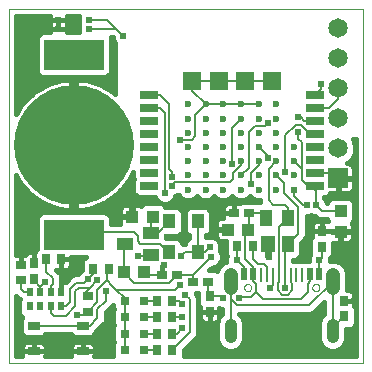
<source format=gtl>
G75*
%MOIN*%
%OFA0B0*%
%FSLAX25Y25*%
%IPPOS*%
%LPD*%
%AMOC8*
5,1,8,0,0,1.08239X$1,22.5*
%
%ADD10C,0.00000*%
%ADD11R,0.05906X0.02756*%
%ADD12C,0.02362*%
%ADD13R,0.02362X0.02362*%
%ADD14R,0.05906X0.05906*%
%ADD15R,0.04252X0.04134*%
%ADD16R,0.02165X0.02165*%
%ADD17R,0.04134X0.02559*%
%ADD18R,0.03642X0.02913*%
%ADD19R,0.02913X0.03642*%
%ADD20R,0.04134X0.04252*%
%ADD21R,0.03937X0.05669*%
%ADD22R,0.04724X0.05669*%
%ADD23R,0.02756X0.03543*%
%ADD24R,0.03150X0.03150*%
%ADD25R,0.03937X0.04724*%
%ADD26C,0.40000*%
%ADD27R,0.20000X0.10000*%
%ADD28R,0.02283X0.04134*%
%ADD29R,0.01102X0.04528*%
%ADD30C,0.04528*%
%ADD31C,0.04134*%
%ADD32R,0.01969X0.03150*%
%ADD33R,0.03543X0.02756*%
%ADD34R,0.06500X0.06500*%
%ADD35C,0.06500*%
%ADD36R,0.05512X0.03937*%
%ADD37C,0.01600*%
%ADD38C,0.02381*%
%ADD39C,0.00600*%
%ADD40C,0.00800*%
D10*
X0018501Y0009674D02*
X0018501Y0127784D01*
X0136611Y0127784D01*
X0136611Y0009674D01*
X0018501Y0009674D01*
X0096887Y0034871D02*
X0096889Y0034940D01*
X0096895Y0035008D01*
X0096905Y0035076D01*
X0096919Y0035143D01*
X0096937Y0035210D01*
X0096958Y0035275D01*
X0096984Y0035339D01*
X0097013Y0035401D01*
X0097045Y0035461D01*
X0097081Y0035520D01*
X0097121Y0035576D01*
X0097163Y0035630D01*
X0097209Y0035681D01*
X0097258Y0035730D01*
X0097309Y0035776D01*
X0097363Y0035818D01*
X0097419Y0035858D01*
X0097477Y0035894D01*
X0097538Y0035926D01*
X0097600Y0035955D01*
X0097664Y0035981D01*
X0097729Y0036002D01*
X0097796Y0036020D01*
X0097863Y0036034D01*
X0097931Y0036044D01*
X0097999Y0036050D01*
X0098068Y0036052D01*
X0098137Y0036050D01*
X0098205Y0036044D01*
X0098273Y0036034D01*
X0098340Y0036020D01*
X0098407Y0036002D01*
X0098472Y0035981D01*
X0098536Y0035955D01*
X0098598Y0035926D01*
X0098658Y0035894D01*
X0098717Y0035858D01*
X0098773Y0035818D01*
X0098827Y0035776D01*
X0098878Y0035730D01*
X0098927Y0035681D01*
X0098973Y0035630D01*
X0099015Y0035576D01*
X0099055Y0035520D01*
X0099091Y0035461D01*
X0099123Y0035401D01*
X0099152Y0035339D01*
X0099178Y0035275D01*
X0099199Y0035210D01*
X0099217Y0035143D01*
X0099231Y0035076D01*
X0099241Y0035008D01*
X0099247Y0034940D01*
X0099249Y0034871D01*
X0099247Y0034802D01*
X0099241Y0034734D01*
X0099231Y0034666D01*
X0099217Y0034599D01*
X0099199Y0034532D01*
X0099178Y0034467D01*
X0099152Y0034403D01*
X0099123Y0034341D01*
X0099091Y0034280D01*
X0099055Y0034222D01*
X0099015Y0034166D01*
X0098973Y0034112D01*
X0098927Y0034061D01*
X0098878Y0034012D01*
X0098827Y0033966D01*
X0098773Y0033924D01*
X0098717Y0033884D01*
X0098659Y0033848D01*
X0098598Y0033816D01*
X0098536Y0033787D01*
X0098472Y0033761D01*
X0098407Y0033740D01*
X0098340Y0033722D01*
X0098273Y0033708D01*
X0098205Y0033698D01*
X0098137Y0033692D01*
X0098068Y0033690D01*
X0097999Y0033692D01*
X0097931Y0033698D01*
X0097863Y0033708D01*
X0097796Y0033722D01*
X0097729Y0033740D01*
X0097664Y0033761D01*
X0097600Y0033787D01*
X0097538Y0033816D01*
X0097477Y0033848D01*
X0097419Y0033884D01*
X0097363Y0033924D01*
X0097309Y0033966D01*
X0097258Y0034012D01*
X0097209Y0034061D01*
X0097163Y0034112D01*
X0097121Y0034166D01*
X0097081Y0034222D01*
X0097045Y0034280D01*
X0097013Y0034341D01*
X0096984Y0034403D01*
X0096958Y0034467D01*
X0096937Y0034532D01*
X0096919Y0034599D01*
X0096905Y0034666D01*
X0096895Y0034734D01*
X0096889Y0034802D01*
X0096887Y0034871D01*
X0119642Y0034871D02*
X0119644Y0034940D01*
X0119650Y0035008D01*
X0119660Y0035076D01*
X0119674Y0035143D01*
X0119692Y0035210D01*
X0119713Y0035275D01*
X0119739Y0035339D01*
X0119768Y0035401D01*
X0119800Y0035461D01*
X0119836Y0035520D01*
X0119876Y0035576D01*
X0119918Y0035630D01*
X0119964Y0035681D01*
X0120013Y0035730D01*
X0120064Y0035776D01*
X0120118Y0035818D01*
X0120174Y0035858D01*
X0120232Y0035894D01*
X0120293Y0035926D01*
X0120355Y0035955D01*
X0120419Y0035981D01*
X0120484Y0036002D01*
X0120551Y0036020D01*
X0120618Y0036034D01*
X0120686Y0036044D01*
X0120754Y0036050D01*
X0120823Y0036052D01*
X0120892Y0036050D01*
X0120960Y0036044D01*
X0121028Y0036034D01*
X0121095Y0036020D01*
X0121162Y0036002D01*
X0121227Y0035981D01*
X0121291Y0035955D01*
X0121353Y0035926D01*
X0121413Y0035894D01*
X0121472Y0035858D01*
X0121528Y0035818D01*
X0121582Y0035776D01*
X0121633Y0035730D01*
X0121682Y0035681D01*
X0121728Y0035630D01*
X0121770Y0035576D01*
X0121810Y0035520D01*
X0121846Y0035461D01*
X0121878Y0035401D01*
X0121907Y0035339D01*
X0121933Y0035275D01*
X0121954Y0035210D01*
X0121972Y0035143D01*
X0121986Y0035076D01*
X0121996Y0035008D01*
X0122002Y0034940D01*
X0122004Y0034871D01*
X0122002Y0034802D01*
X0121996Y0034734D01*
X0121986Y0034666D01*
X0121972Y0034599D01*
X0121954Y0034532D01*
X0121933Y0034467D01*
X0121907Y0034403D01*
X0121878Y0034341D01*
X0121846Y0034280D01*
X0121810Y0034222D01*
X0121770Y0034166D01*
X0121728Y0034112D01*
X0121682Y0034061D01*
X0121633Y0034012D01*
X0121582Y0033966D01*
X0121528Y0033924D01*
X0121472Y0033884D01*
X0121414Y0033848D01*
X0121353Y0033816D01*
X0121291Y0033787D01*
X0121227Y0033761D01*
X0121162Y0033740D01*
X0121095Y0033722D01*
X0121028Y0033708D01*
X0120960Y0033698D01*
X0120892Y0033692D01*
X0120823Y0033690D01*
X0120754Y0033692D01*
X0120686Y0033698D01*
X0120618Y0033708D01*
X0120551Y0033722D01*
X0120484Y0033740D01*
X0120419Y0033761D01*
X0120355Y0033787D01*
X0120293Y0033816D01*
X0120232Y0033848D01*
X0120174Y0033884D01*
X0120118Y0033924D01*
X0120064Y0033966D01*
X0120013Y0034012D01*
X0119964Y0034061D01*
X0119918Y0034112D01*
X0119876Y0034166D01*
X0119836Y0034222D01*
X0119800Y0034280D01*
X0119768Y0034341D01*
X0119739Y0034403D01*
X0119713Y0034467D01*
X0119692Y0034532D01*
X0119674Y0034599D01*
X0119660Y0034666D01*
X0119650Y0034734D01*
X0119644Y0034802D01*
X0119642Y0034871D01*
D11*
X0120469Y0068729D03*
X0120469Y0073060D03*
X0120469Y0077391D03*
X0120469Y0081721D03*
X0120469Y0086052D03*
X0120469Y0090383D03*
X0120469Y0094713D03*
X0120469Y0099044D03*
X0065351Y0099044D03*
X0065351Y0094713D03*
X0065351Y0090383D03*
X0065351Y0086052D03*
X0065351Y0081721D03*
X0065351Y0077391D03*
X0065351Y0073060D03*
X0065351Y0068729D03*
D12*
X0078146Y0067548D03*
X0078146Y0072272D03*
X0078146Y0076997D03*
X0078146Y0081721D03*
X0078146Y0086446D03*
X0078146Y0091170D03*
X0078146Y0095894D03*
X0084052Y0095894D03*
X0084052Y0091170D03*
X0084052Y0086446D03*
X0084052Y0081721D03*
X0084052Y0076997D03*
X0084052Y0072272D03*
X0084052Y0067548D03*
X0089957Y0067548D03*
X0089957Y0072272D03*
X0089957Y0076997D03*
X0089957Y0081721D03*
X0089957Y0086446D03*
X0089957Y0091170D03*
X0089957Y0095894D03*
X0095863Y0095894D03*
X0095863Y0091170D03*
X0095863Y0086446D03*
X0095863Y0081721D03*
X0095863Y0076997D03*
X0095863Y0072272D03*
X0095863Y0067548D03*
X0101768Y0067548D03*
X0101768Y0072272D03*
X0101768Y0076997D03*
X0101768Y0081721D03*
X0101768Y0086446D03*
X0101768Y0091170D03*
X0101768Y0095894D03*
X0107674Y0095894D03*
X0107674Y0091170D03*
X0107674Y0086446D03*
X0107674Y0081721D03*
X0107674Y0076997D03*
X0107674Y0072272D03*
X0107674Y0067548D03*
X0113579Y0072272D03*
X0113579Y0076997D03*
X0113579Y0081721D03*
D13*
X0113579Y0067548D03*
D14*
X0106198Y0103769D03*
X0097339Y0103769D03*
X0088481Y0103769D03*
X0079623Y0103769D03*
D15*
X0129131Y0060363D03*
X0129131Y0053473D03*
D16*
X0045371Y0121190D03*
X0045371Y0124143D03*
X0034938Y0124143D03*
X0034938Y0121190D03*
D17*
X0026867Y0022174D03*
X0026867Y0013709D03*
X0043205Y0013709D03*
X0043205Y0022174D03*
D18*
X0069485Y0039202D03*
X0074603Y0039202D03*
X0079721Y0036839D03*
X0084839Y0036839D03*
X0093501Y0059674D03*
X0098619Y0059674D03*
D19*
X0122831Y0053572D03*
X0122831Y0048454D03*
X0130312Y0030343D03*
X0130312Y0025225D03*
X0085430Y0026800D03*
X0085430Y0031918D03*
X0026768Y0037824D03*
X0026768Y0042942D03*
D20*
X0056788Y0039989D03*
X0063678Y0039989D03*
X0066434Y0058493D03*
X0059544Y0058493D03*
X0091434Y0054162D03*
X0098323Y0054162D03*
D21*
X0104131Y0058099D03*
X0111611Y0058099D03*
X0111611Y0049438D03*
D22*
X0104918Y0049438D03*
D23*
X0099800Y0048650D03*
X0094682Y0048650D03*
X0073028Y0030540D03*
X0067910Y0030540D03*
X0067910Y0025028D03*
X0073028Y0025028D03*
X0073028Y0019517D03*
X0067910Y0019517D03*
X0067910Y0014005D03*
X0073028Y0014005D03*
X0051768Y0041170D03*
X0046650Y0041170D03*
X0036020Y0044320D03*
X0030902Y0044320D03*
D24*
X0057083Y0030540D03*
X0057083Y0025028D03*
X0057083Y0019517D03*
X0057083Y0014005D03*
X0063383Y0014005D03*
X0063383Y0019517D03*
X0063383Y0025028D03*
X0063383Y0030540D03*
D25*
X0072044Y0046682D03*
X0081493Y0046682D03*
X0081493Y0056918D03*
X0072044Y0056918D03*
D26*
X0040154Y0082509D03*
D27*
X0040154Y0112509D03*
X0040154Y0052509D03*
D28*
X0096847Y0039300D03*
X0099997Y0039300D03*
X0118894Y0039300D03*
X0122044Y0039300D03*
D29*
X0116335Y0039103D03*
X0114367Y0039103D03*
X0112398Y0039103D03*
X0110430Y0039103D03*
X0108461Y0039103D03*
X0106493Y0039103D03*
X0104524Y0039103D03*
X0102556Y0039103D03*
D30*
X0092438Y0039103D02*
X0092438Y0034576D01*
X0126453Y0034576D02*
X0126453Y0039103D01*
D31*
X0126453Y0022450D02*
X0126453Y0018316D01*
X0092438Y0018316D02*
X0092438Y0022450D01*
D32*
X0036020Y0028572D03*
X0032477Y0028572D03*
X0028934Y0028572D03*
X0025390Y0028572D03*
X0025390Y0033296D03*
X0028934Y0033296D03*
X0032477Y0033296D03*
X0036020Y0033296D03*
D33*
X0044879Y0031918D03*
X0044879Y0026800D03*
X0022438Y0037430D03*
X0022438Y0042548D03*
D34*
X0128343Y0071288D03*
D35*
X0128343Y0081288D03*
X0128343Y0091288D03*
X0128343Y0101288D03*
X0128343Y0111288D03*
X0128343Y0121288D03*
D36*
X0065745Y0053178D03*
X0065745Y0045698D03*
X0057083Y0049438D03*
D37*
X0055677Y0056175D02*
X0052554Y0056175D01*
X0052554Y0057986D01*
X0052189Y0058868D01*
X0051514Y0059543D01*
X0050632Y0059909D01*
X0029677Y0059909D01*
X0028795Y0059543D01*
X0028120Y0058868D01*
X0027754Y0057986D01*
X0027754Y0047715D01*
X0027490Y0047451D01*
X0027124Y0046569D01*
X0027124Y0046563D01*
X0026768Y0046563D01*
X0025075Y0046563D01*
X0024617Y0046440D01*
X0024206Y0046203D01*
X0023871Y0045868D01*
X0023789Y0045726D01*
X0022438Y0045726D01*
X0022438Y0042548D01*
X0022438Y0042548D01*
X0022438Y0045726D01*
X0020901Y0045726D01*
X0020901Y0072277D01*
X0021119Y0071848D01*
X0022014Y0070388D01*
X0023021Y0069002D01*
X0024134Y0067699D01*
X0025345Y0066488D01*
X0026648Y0065376D01*
X0028033Y0064369D01*
X0029494Y0063474D01*
X0031020Y0062696D01*
X0032603Y0062040D01*
X0034232Y0061511D01*
X0035898Y0061111D01*
X0037590Y0060843D01*
X0039298Y0060709D01*
X0039354Y0060709D01*
X0039354Y0081709D01*
X0040954Y0081709D01*
X0040954Y0060709D01*
X0041011Y0060709D01*
X0042718Y0060843D01*
X0044410Y0061111D01*
X0046076Y0061511D01*
X0047705Y0062040D01*
X0049288Y0062696D01*
X0050814Y0063474D01*
X0052275Y0064369D01*
X0053661Y0065376D01*
X0054963Y0066488D01*
X0056175Y0067699D01*
X0057287Y0069002D01*
X0058294Y0070388D01*
X0059189Y0071848D01*
X0059967Y0073375D01*
X0059998Y0073450D01*
X0059998Y0071204D01*
X0060127Y0070894D01*
X0059998Y0070584D01*
X0059998Y0066874D01*
X0060364Y0065992D01*
X0061039Y0065317D01*
X0061921Y0064951D01*
X0067169Y0064951D01*
X0067425Y0064333D01*
X0068435Y0063323D01*
X0069755Y0062776D01*
X0071183Y0062776D01*
X0072503Y0063323D01*
X0073513Y0064333D01*
X0073909Y0065289D01*
X0074865Y0065685D01*
X0074990Y0065810D01*
X0075110Y0065520D01*
X0076118Y0064512D01*
X0077434Y0063967D01*
X0078859Y0063967D01*
X0080175Y0064512D01*
X0081099Y0065436D01*
X0082023Y0064512D01*
X0083339Y0063967D01*
X0084764Y0063967D01*
X0086080Y0064512D01*
X0087005Y0065436D01*
X0087929Y0064512D01*
X0089245Y0063967D01*
X0090670Y0063967D01*
X0091986Y0064512D01*
X0092910Y0065436D01*
X0093834Y0064512D01*
X0095151Y0063967D01*
X0096575Y0063967D01*
X0097891Y0064512D01*
X0098816Y0065436D01*
X0099740Y0064512D01*
X0101056Y0063967D01*
X0102315Y0063967D01*
X0102315Y0063448D01*
X0102362Y0063334D01*
X0101685Y0063334D01*
X0101538Y0063273D01*
X0100917Y0063531D01*
X0096320Y0063531D01*
X0095438Y0063165D01*
X0095204Y0062931D01*
X0093501Y0062931D01*
X0093501Y0059674D01*
X0093501Y0059674D01*
X0093501Y0062931D01*
X0091443Y0062931D01*
X0090985Y0062808D01*
X0090575Y0062571D01*
X0090239Y0062236D01*
X0090002Y0061825D01*
X0089880Y0061368D01*
X0089880Y0059674D01*
X0089880Y0058088D01*
X0089130Y0058088D01*
X0088672Y0057966D01*
X0088262Y0057729D01*
X0087926Y0057393D01*
X0087689Y0056983D01*
X0087567Y0056525D01*
X0087567Y0054396D01*
X0091200Y0054396D01*
X0091200Y0053929D01*
X0087567Y0053929D01*
X0087567Y0051799D01*
X0087689Y0051341D01*
X0087926Y0050931D01*
X0088262Y0050596D01*
X0088672Y0050359D01*
X0089130Y0050236D01*
X0090904Y0050236D01*
X0090904Y0046401D01*
X0091264Y0045532D01*
X0090894Y0044640D01*
X0090894Y0043512D01*
X0089796Y0043057D01*
X0088484Y0041745D01*
X0087916Y0040374D01*
X0087137Y0040696D01*
X0085372Y0040696D01*
X0086193Y0041517D01*
X0086538Y0041517D01*
X0087857Y0042063D01*
X0088867Y0043073D01*
X0089414Y0044393D01*
X0089414Y0045821D01*
X0088867Y0047141D01*
X0088858Y0047150D01*
X0089020Y0047542D01*
X0089020Y0048971D01*
X0088474Y0050291D01*
X0087464Y0051301D01*
X0086144Y0051847D01*
X0084716Y0051847D01*
X0084293Y0051672D01*
X0084293Y0052303D01*
X0084821Y0052521D01*
X0085496Y0053196D01*
X0085861Y0054079D01*
X0085861Y0059758D01*
X0085496Y0060640D01*
X0084821Y0061315D01*
X0083939Y0061680D01*
X0079047Y0061680D01*
X0078165Y0061315D01*
X0077490Y0060640D01*
X0077124Y0059758D01*
X0077124Y0054079D01*
X0077490Y0053196D01*
X0078165Y0052521D01*
X0078693Y0052303D01*
X0078693Y0051297D01*
X0078165Y0051079D01*
X0077490Y0050404D01*
X0077124Y0049521D01*
X0077124Y0049482D01*
X0076605Y0049482D01*
X0076412Y0049402D01*
X0076412Y0049521D01*
X0076047Y0050404D01*
X0075372Y0051079D01*
X0074490Y0051444D01*
X0070901Y0051444D01*
X0070901Y0051815D01*
X0071242Y0052156D01*
X0074490Y0052156D01*
X0075372Y0052521D01*
X0076047Y0053196D01*
X0076412Y0054079D01*
X0076412Y0059758D01*
X0076047Y0060640D01*
X0075372Y0061315D01*
X0074490Y0061680D01*
X0070659Y0061680D01*
X0070535Y0061978D01*
X0069860Y0062654D01*
X0068978Y0063019D01*
X0063889Y0063019D01*
X0063007Y0062654D01*
X0062524Y0062170D01*
X0062306Y0062296D01*
X0061848Y0062419D01*
X0059777Y0062419D01*
X0059777Y0058726D01*
X0059310Y0058726D01*
X0059310Y0058259D01*
X0055677Y0058259D01*
X0055677Y0056175D01*
X0055677Y0057629D02*
X0052554Y0057629D01*
X0051829Y0059228D02*
X0055677Y0059228D01*
X0055677Y0058726D02*
X0059310Y0058726D01*
X0059310Y0062419D01*
X0057240Y0062419D01*
X0056782Y0062296D01*
X0056372Y0062059D01*
X0056037Y0061724D01*
X0055800Y0061314D01*
X0055677Y0060856D01*
X0055677Y0058726D01*
X0055677Y0060826D02*
X0042506Y0060826D01*
X0040954Y0060826D02*
X0039354Y0060826D01*
X0037802Y0060826D02*
X0020901Y0060826D01*
X0020901Y0059228D02*
X0028479Y0059228D01*
X0027754Y0057629D02*
X0020901Y0057629D01*
X0020901Y0056031D02*
X0027754Y0056031D01*
X0027754Y0054432D02*
X0020901Y0054432D01*
X0020901Y0052834D02*
X0027754Y0052834D01*
X0027754Y0051235D02*
X0020901Y0051235D01*
X0020901Y0049637D02*
X0027754Y0049637D01*
X0027754Y0048038D02*
X0020901Y0048038D01*
X0020901Y0046440D02*
X0024617Y0046440D01*
X0022438Y0044841D02*
X0022438Y0044841D01*
X0022438Y0043243D02*
X0022438Y0043243D01*
X0026768Y0043243D02*
X0026768Y0043243D01*
X0026768Y0042942D02*
X0026768Y0046563D01*
X0026768Y0042942D01*
X0026768Y0042942D01*
X0026768Y0044841D02*
X0026768Y0044841D01*
X0026768Y0046440D02*
X0026768Y0046440D01*
X0034261Y0040787D02*
X0034405Y0040748D01*
X0036020Y0040748D01*
X0036020Y0044320D01*
X0036020Y0044320D01*
X0039198Y0044320D01*
X0039198Y0045109D01*
X0044232Y0045109D01*
X0043913Y0044976D01*
X0043238Y0044301D01*
X0042872Y0043419D01*
X0042872Y0040682D01*
X0042845Y0040671D01*
X0041835Y0039661D01*
X0041663Y0039246D01*
X0040385Y0039246D01*
X0039356Y0038819D01*
X0037387Y0036851D01*
X0037207Y0036671D01*
X0036020Y0036671D01*
X0035868Y0036671D01*
X0035868Y0038577D01*
X0035441Y0039607D01*
X0034261Y0040787D01*
X0035002Y0040046D02*
X0042220Y0040046D01*
X0042872Y0041644D02*
X0038955Y0041644D01*
X0038839Y0041443D02*
X0039076Y0041853D01*
X0039198Y0042311D01*
X0039198Y0044320D01*
X0036020Y0044320D01*
X0036020Y0044320D01*
X0036020Y0040748D01*
X0037635Y0040748D01*
X0038093Y0040871D01*
X0038504Y0041108D01*
X0038839Y0041443D01*
X0039198Y0043243D02*
X0042872Y0043243D01*
X0043778Y0044841D02*
X0039198Y0044841D01*
X0036020Y0043243D02*
X0036020Y0043243D01*
X0036020Y0041644D02*
X0036020Y0041644D01*
X0035868Y0038447D02*
X0038983Y0038447D01*
X0037385Y0036849D02*
X0035868Y0036849D01*
X0036020Y0036671D02*
X0036020Y0033296D01*
X0036020Y0033296D01*
X0036020Y0036671D01*
X0036020Y0035250D02*
X0036020Y0035250D01*
X0036020Y0033652D02*
X0036020Y0033652D01*
X0022981Y0025028D02*
X0022765Y0024813D01*
X0022400Y0023931D01*
X0022400Y0020417D01*
X0022765Y0019535D01*
X0023440Y0018860D01*
X0024322Y0018494D01*
X0029411Y0018494D01*
X0030293Y0018860D01*
X0030807Y0019374D01*
X0039265Y0019374D01*
X0039779Y0018860D01*
X0040661Y0018494D01*
X0045750Y0018494D01*
X0046632Y0018860D01*
X0047307Y0019535D01*
X0047603Y0020250D01*
X0049614Y0022261D01*
X0050402Y0023049D01*
X0050828Y0024078D01*
X0050828Y0026624D01*
X0052370Y0028166D01*
X0053109Y0028905D01*
X0053109Y0028488D01*
X0053400Y0027784D01*
X0053109Y0027081D01*
X0053109Y0022976D01*
X0053400Y0022272D01*
X0053109Y0021569D01*
X0053109Y0017464D01*
X0053400Y0016761D01*
X0053109Y0016057D01*
X0053109Y0012074D01*
X0047040Y0012074D01*
X0047072Y0012193D01*
X0047072Y0013709D01*
X0043205Y0013709D01*
X0039338Y0013709D01*
X0039338Y0012193D01*
X0039370Y0012074D01*
X0030702Y0012074D01*
X0030734Y0012193D01*
X0030734Y0013709D01*
X0026867Y0013709D01*
X0026867Y0013709D01*
X0030734Y0013709D01*
X0030734Y0015226D01*
X0030611Y0015684D01*
X0030374Y0016094D01*
X0030039Y0016429D01*
X0029628Y0016666D01*
X0029171Y0016789D01*
X0026867Y0016789D01*
X0026867Y0013710D01*
X0026867Y0013710D01*
X0026867Y0016789D01*
X0024563Y0016789D01*
X0024105Y0016666D01*
X0023695Y0016429D01*
X0023359Y0016094D01*
X0023123Y0015684D01*
X0023000Y0015226D01*
X0023000Y0013709D01*
X0023000Y0012193D01*
X0023032Y0012074D01*
X0020901Y0012074D01*
X0020901Y0032054D01*
X0022033Y0030922D01*
X0022116Y0030888D01*
X0022006Y0030624D01*
X0022006Y0026519D01*
X0022372Y0025637D01*
X0022981Y0025028D01*
X0022363Y0025659D02*
X0020901Y0025659D01*
X0020901Y0024061D02*
X0022454Y0024061D01*
X0022400Y0022462D02*
X0020901Y0022462D01*
X0020901Y0020864D02*
X0022400Y0020864D01*
X0023035Y0019265D02*
X0020901Y0019265D01*
X0020901Y0017667D02*
X0053109Y0017667D01*
X0053109Y0019265D02*
X0047037Y0019265D01*
X0048217Y0020864D02*
X0053109Y0020864D01*
X0053321Y0022462D02*
X0049815Y0022462D01*
X0050821Y0024061D02*
X0053109Y0024061D01*
X0053109Y0025659D02*
X0050828Y0025659D01*
X0051461Y0027258D02*
X0053182Y0027258D01*
X0053109Y0028856D02*
X0053060Y0028856D01*
X0045967Y0016666D02*
X0045509Y0016789D01*
X0043205Y0016789D01*
X0040901Y0016789D01*
X0040444Y0016666D01*
X0040033Y0016429D01*
X0039698Y0016094D01*
X0039461Y0015684D01*
X0039338Y0015226D01*
X0039338Y0013709D01*
X0043205Y0013709D01*
X0043205Y0013709D01*
X0043205Y0013709D01*
X0043205Y0013710D02*
X0043205Y0016789D01*
X0043205Y0013710D01*
X0043205Y0013710D01*
X0043205Y0013709D02*
X0047072Y0013709D01*
X0047072Y0015226D01*
X0046950Y0015684D01*
X0046713Y0016094D01*
X0046378Y0016429D01*
X0045967Y0016666D01*
X0046728Y0016068D02*
X0053113Y0016068D01*
X0053109Y0014470D02*
X0047072Y0014470D01*
X0047072Y0012871D02*
X0053109Y0012871D01*
X0043205Y0014470D02*
X0043205Y0014470D01*
X0043205Y0016068D02*
X0043205Y0016068D01*
X0039683Y0016068D02*
X0030389Y0016068D01*
X0030734Y0014470D02*
X0039338Y0014470D01*
X0039338Y0012871D02*
X0030734Y0012871D01*
X0026867Y0013709D02*
X0023000Y0013709D01*
X0026867Y0013709D01*
X0026867Y0013709D01*
X0026867Y0014470D02*
X0026867Y0014470D01*
X0026867Y0016068D02*
X0026867Y0016068D01*
X0023344Y0016068D02*
X0020901Y0016068D01*
X0020901Y0014470D02*
X0023000Y0014470D01*
X0023000Y0012871D02*
X0020901Y0012871D01*
X0030698Y0019265D02*
X0039374Y0019265D01*
X0022006Y0027258D02*
X0020901Y0027258D01*
X0020901Y0028856D02*
X0022006Y0028856D01*
X0022006Y0030455D02*
X0020901Y0030455D01*
X0020901Y0032053D02*
X0020902Y0032053D01*
X0020901Y0062425D02*
X0031675Y0062425D01*
X0028597Y0064023D02*
X0020901Y0064023D01*
X0020901Y0065622D02*
X0026359Y0065622D01*
X0024613Y0067220D02*
X0020901Y0067220D01*
X0020901Y0068819D02*
X0023177Y0068819D01*
X0021996Y0070417D02*
X0020901Y0070417D01*
X0020901Y0072016D02*
X0021034Y0072016D01*
X0039354Y0072016D02*
X0040954Y0072016D01*
X0040954Y0073614D02*
X0039354Y0073614D01*
X0039354Y0075213D02*
X0040954Y0075213D01*
X0040954Y0076811D02*
X0039354Y0076811D01*
X0039354Y0078410D02*
X0040954Y0078410D01*
X0040954Y0080009D02*
X0039354Y0080009D01*
X0039354Y0081607D02*
X0040954Y0081607D01*
X0040954Y0083309D02*
X0039354Y0083309D01*
X0039354Y0104309D01*
X0039298Y0104309D01*
X0037590Y0104174D01*
X0035898Y0103906D01*
X0034232Y0103506D01*
X0032603Y0102977D01*
X0031020Y0102321D01*
X0029494Y0101544D01*
X0028033Y0100649D01*
X0026648Y0099642D01*
X0025345Y0098529D01*
X0024134Y0097318D01*
X0023021Y0096015D01*
X0022014Y0094629D01*
X0021119Y0093169D01*
X0020901Y0092740D01*
X0020901Y0125384D01*
X0032055Y0125384D01*
X0032055Y0124143D01*
X0034938Y0124143D01*
X0037820Y0124143D01*
X0037820Y0125384D01*
X0041888Y0125384D01*
X0041888Y0119909D01*
X0037820Y0119909D01*
X0037820Y0121190D01*
X0037820Y0122509D01*
X0037778Y0122666D01*
X0037820Y0122823D01*
X0037820Y0124142D01*
X0034938Y0124142D01*
X0034938Y0121190D01*
X0037820Y0121190D01*
X0034938Y0121190D01*
X0034938Y0121190D01*
X0034938Y0121190D01*
X0034938Y0124072D01*
X0034938Y0124142D01*
X0034938Y0124142D01*
X0034938Y0124143D01*
X0034938Y0124142D01*
X0032055Y0124142D01*
X0032055Y0122823D01*
X0032097Y0122666D01*
X0032055Y0122509D01*
X0032055Y0121190D01*
X0034938Y0121190D01*
X0034938Y0121190D01*
X0032055Y0121190D01*
X0032055Y0119909D01*
X0029677Y0119909D01*
X0028795Y0119543D01*
X0028120Y0118868D01*
X0027754Y0117986D01*
X0027754Y0107031D01*
X0028120Y0106149D01*
X0028795Y0105474D01*
X0029677Y0105109D01*
X0050632Y0105109D01*
X0051514Y0105474D01*
X0052189Y0106149D01*
X0052554Y0107031D01*
X0052554Y0117986D01*
X0052387Y0118390D01*
X0053069Y0118390D01*
X0053099Y0118360D01*
X0053099Y0118015D01*
X0053646Y0116695D01*
X0053934Y0116407D01*
X0053934Y0099409D01*
X0053661Y0099642D01*
X0052275Y0100649D01*
X0050814Y0101544D01*
X0049288Y0102321D01*
X0047705Y0102977D01*
X0046076Y0103506D01*
X0044410Y0103906D01*
X0042718Y0104174D01*
X0041011Y0104309D01*
X0040954Y0104309D01*
X0040954Y0083309D01*
X0040954Y0084804D02*
X0039354Y0084804D01*
X0039354Y0086403D02*
X0040954Y0086403D01*
X0040954Y0088001D02*
X0039354Y0088001D01*
X0039354Y0089600D02*
X0040954Y0089600D01*
X0040954Y0091198D02*
X0039354Y0091198D01*
X0039354Y0092797D02*
X0040954Y0092797D01*
X0040954Y0094395D02*
X0039354Y0094395D01*
X0039354Y0095994D02*
X0040954Y0095994D01*
X0040954Y0097592D02*
X0039354Y0097592D01*
X0039354Y0099191D02*
X0040954Y0099191D01*
X0040954Y0100789D02*
X0039354Y0100789D01*
X0039354Y0102388D02*
X0040954Y0102388D01*
X0040954Y0103986D02*
X0039354Y0103986D01*
X0036403Y0103986D02*
X0020901Y0103986D01*
X0020901Y0105585D02*
X0028684Y0105585D01*
X0027754Y0107183D02*
X0020901Y0107183D01*
X0020901Y0108782D02*
X0027754Y0108782D01*
X0027754Y0110380D02*
X0020901Y0110380D01*
X0020901Y0111979D02*
X0027754Y0111979D01*
X0027754Y0113577D02*
X0020901Y0113577D01*
X0020901Y0115176D02*
X0027754Y0115176D01*
X0027754Y0116774D02*
X0020901Y0116774D01*
X0020901Y0118373D02*
X0027914Y0118373D01*
X0032055Y0119971D02*
X0020901Y0119971D01*
X0020901Y0121570D02*
X0032055Y0121570D01*
X0032055Y0123168D02*
X0020901Y0123168D01*
X0020901Y0124767D02*
X0032055Y0124767D01*
X0034938Y0123168D02*
X0034938Y0123168D01*
X0034938Y0121570D02*
X0034938Y0121570D01*
X0037820Y0121570D02*
X0041888Y0121570D01*
X0041888Y0123168D02*
X0037820Y0123168D01*
X0037820Y0124767D02*
X0041888Y0124767D01*
X0041888Y0119971D02*
X0037820Y0119971D01*
X0052394Y0118373D02*
X0053086Y0118373D01*
X0053613Y0116774D02*
X0052554Y0116774D01*
X0052554Y0115176D02*
X0053934Y0115176D01*
X0053934Y0113577D02*
X0052554Y0113577D01*
X0052554Y0111979D02*
X0053934Y0111979D01*
X0053934Y0110380D02*
X0052554Y0110380D01*
X0052554Y0108782D02*
X0053934Y0108782D01*
X0053934Y0107183D02*
X0052554Y0107183D01*
X0051624Y0105585D02*
X0053934Y0105585D01*
X0053934Y0103986D02*
X0043906Y0103986D01*
X0049128Y0102388D02*
X0053934Y0102388D01*
X0053934Y0100789D02*
X0052046Y0100789D01*
X0031180Y0102388D02*
X0020901Y0102388D01*
X0020901Y0100789D02*
X0028263Y0100789D01*
X0026119Y0099191D02*
X0020901Y0099191D01*
X0020901Y0097592D02*
X0024408Y0097592D01*
X0023005Y0095994D02*
X0020901Y0095994D01*
X0020901Y0094395D02*
X0021871Y0094395D01*
X0020929Y0092797D02*
X0020901Y0092797D01*
X0039354Y0070417D02*
X0040954Y0070417D01*
X0040954Y0068819D02*
X0039354Y0068819D01*
X0039354Y0067220D02*
X0040954Y0067220D01*
X0040954Y0065622D02*
X0039354Y0065622D01*
X0039354Y0064023D02*
X0040954Y0064023D01*
X0040954Y0062425D02*
X0039354Y0062425D01*
X0048634Y0062425D02*
X0062779Y0062425D01*
X0059777Y0060826D02*
X0059310Y0060826D01*
X0059310Y0059228D02*
X0059777Y0059228D01*
X0060733Y0065622D02*
X0053949Y0065622D01*
X0055696Y0067220D02*
X0059998Y0067220D01*
X0059998Y0068819D02*
X0057131Y0068819D01*
X0058312Y0070417D02*
X0059998Y0070417D01*
X0059998Y0072016D02*
X0059275Y0072016D01*
X0051712Y0064023D02*
X0067735Y0064023D01*
X0070089Y0062425D02*
X0090428Y0062425D01*
X0090806Y0064023D02*
X0095014Y0064023D01*
X0096712Y0064023D02*
X0100920Y0064023D01*
X0093501Y0062425D02*
X0093501Y0062425D01*
X0093501Y0060826D02*
X0093501Y0060826D01*
X0093501Y0059674D02*
X0093501Y0059674D01*
X0089880Y0059674D01*
X0093501Y0059674D01*
X0089880Y0059228D02*
X0085861Y0059228D01*
X0085861Y0057629D02*
X0088162Y0057629D01*
X0087567Y0056031D02*
X0085861Y0056031D01*
X0085861Y0054432D02*
X0087567Y0054432D01*
X0087567Y0052834D02*
X0085133Y0052834D01*
X0087529Y0051235D02*
X0087751Y0051235D01*
X0088745Y0049637D02*
X0090904Y0049637D01*
X0090904Y0048038D02*
X0089020Y0048038D01*
X0089158Y0046440D02*
X0090904Y0046440D01*
X0090978Y0044841D02*
X0089414Y0044841D01*
X0088938Y0043243D02*
X0090245Y0043243D01*
X0088442Y0041644D02*
X0086846Y0041644D01*
X0081573Y0032983D02*
X0080753Y0032983D01*
X0080753Y0032878D01*
X0081111Y0032520D01*
X0081537Y0031491D01*
X0081537Y0019353D01*
X0081111Y0018324D01*
X0080323Y0017537D01*
X0076806Y0014020D01*
X0076806Y0012074D01*
X0134211Y0012074D01*
X0134211Y0084477D01*
X0133138Y0084477D01*
X0133993Y0082412D01*
X0133993Y0080164D01*
X0133133Y0078088D01*
X0131544Y0076498D01*
X0131157Y0076338D01*
X0131830Y0076338D01*
X0132288Y0076216D01*
X0132698Y0075979D01*
X0133034Y0075643D01*
X0133270Y0075233D01*
X0133393Y0074775D01*
X0133393Y0071363D01*
X0128418Y0071363D01*
X0128418Y0071213D01*
X0128418Y0066238D01*
X0131830Y0066238D01*
X0132288Y0066361D01*
X0132698Y0066598D01*
X0133034Y0066933D01*
X0133270Y0067343D01*
X0133393Y0067801D01*
X0133393Y0071213D01*
X0128418Y0071213D01*
X0128268Y0071213D01*
X0128268Y0066238D01*
X0125559Y0066238D01*
X0125457Y0065992D01*
X0124781Y0065317D01*
X0123899Y0064951D01*
X0123663Y0064951D01*
X0123663Y0064708D01*
X0123907Y0064464D01*
X0124446Y0063163D01*
X0124710Y0063163D01*
X0124970Y0063789D01*
X0125645Y0064465D01*
X0126527Y0064830D01*
X0131734Y0064830D01*
X0132616Y0064465D01*
X0133291Y0063789D01*
X0133657Y0062907D01*
X0133657Y0057819D01*
X0133291Y0056937D01*
X0132808Y0056453D01*
X0132934Y0056235D01*
X0133057Y0055777D01*
X0133057Y0053707D01*
X0129364Y0053707D01*
X0129364Y0053240D01*
X0133057Y0053240D01*
X0133057Y0051169D01*
X0132934Y0050712D01*
X0132697Y0050301D01*
X0132362Y0049966D01*
X0131951Y0049729D01*
X0131494Y0049606D01*
X0129364Y0049606D01*
X0129364Y0053240D01*
X0128897Y0053240D01*
X0126088Y0053240D01*
X0126088Y0053572D01*
X0122831Y0053572D01*
X0122831Y0057193D01*
X0121138Y0057193D01*
X0120680Y0057070D01*
X0120269Y0056833D01*
X0119934Y0056498D01*
X0119697Y0056087D01*
X0119575Y0055629D01*
X0119575Y0053572D01*
X0122831Y0053572D01*
X0122831Y0053572D01*
X0122831Y0053572D01*
X0122831Y0057193D01*
X0124525Y0057193D01*
X0124906Y0057090D01*
X0124710Y0057563D01*
X0122373Y0057563D01*
X0121344Y0057989D01*
X0120494Y0058839D01*
X0120149Y0058839D01*
X0119288Y0059196D01*
X0118427Y0058839D01*
X0117757Y0058839D01*
X0117757Y0052227D01*
X0117331Y0051198D01*
X0115979Y0049847D01*
X0115979Y0046126D01*
X0115614Y0045244D01*
X0114939Y0044569D01*
X0114057Y0044203D01*
X0113230Y0044203D01*
X0113230Y0043767D01*
X0118453Y0043767D01*
X0118453Y0044640D01*
X0119000Y0045960D01*
X0119039Y0045999D01*
X0118975Y0046155D01*
X0118975Y0050752D01*
X0119340Y0051634D01*
X0119575Y0051869D01*
X0119575Y0053572D01*
X0122831Y0053572D01*
X0122831Y0053572D01*
X0126088Y0053572D01*
X0126088Y0053707D01*
X0128897Y0053707D01*
X0128897Y0053240D01*
X0128897Y0049606D01*
X0126768Y0049606D01*
X0126688Y0049628D01*
X0126688Y0046155D01*
X0126323Y0045273D01*
X0125648Y0044598D01*
X0125634Y0044593D01*
X0125634Y0043767D01*
X0127381Y0043767D01*
X0129095Y0043057D01*
X0130407Y0041745D01*
X0131117Y0040031D01*
X0131117Y0033964D01*
X0132005Y0033964D01*
X0132463Y0033841D01*
X0132874Y0033605D01*
X0133209Y0033269D01*
X0133446Y0032859D01*
X0133568Y0032401D01*
X0133568Y0030343D01*
X0130312Y0030343D01*
X0130312Y0030343D01*
X0133568Y0030343D01*
X0133568Y0028640D01*
X0133803Y0028406D01*
X0134168Y0027523D01*
X0134168Y0022927D01*
X0133803Y0022045D01*
X0133128Y0021370D01*
X0132246Y0021004D01*
X0130920Y0021004D01*
X0130920Y0017427D01*
X0130240Y0015785D01*
X0128984Y0014529D01*
X0127342Y0013849D01*
X0125565Y0013849D01*
X0123923Y0014529D01*
X0122667Y0015785D01*
X0121986Y0017427D01*
X0121986Y0023338D01*
X0122667Y0024980D01*
X0123653Y0025967D01*
X0123653Y0030080D01*
X0120953Y0027379D01*
X0120165Y0026592D01*
X0119136Y0026165D01*
X0095238Y0026165D01*
X0095238Y0025967D01*
X0096225Y0024980D01*
X0096905Y0023338D01*
X0096905Y0017427D01*
X0096225Y0015785D01*
X0094968Y0014529D01*
X0093326Y0013849D01*
X0091549Y0013849D01*
X0089907Y0014529D01*
X0088651Y0015785D01*
X0087971Y0017427D01*
X0087971Y0023338D01*
X0088098Y0023645D01*
X0087992Y0023539D01*
X0087581Y0023302D01*
X0087123Y0023179D01*
X0085430Y0023179D01*
X0085430Y0026800D01*
X0088686Y0026800D01*
X0088686Y0027886D01*
X0089046Y0027737D01*
X0089638Y0027737D01*
X0089638Y0025967D01*
X0088686Y0025016D01*
X0088686Y0026800D01*
X0085430Y0026800D01*
X0085430Y0026800D01*
X0085430Y0026800D01*
X0085430Y0023179D01*
X0083736Y0023179D01*
X0083278Y0023302D01*
X0082868Y0023539D01*
X0082533Y0023874D01*
X0082296Y0024284D01*
X0082173Y0024742D01*
X0082173Y0026800D01*
X0085430Y0026800D01*
X0082173Y0026800D01*
X0082173Y0028503D01*
X0081938Y0028738D01*
X0081573Y0029620D01*
X0081573Y0032983D01*
X0081573Y0032053D02*
X0081304Y0032053D01*
X0081537Y0030455D02*
X0081573Y0030455D01*
X0081537Y0028856D02*
X0081889Y0028856D01*
X0082173Y0027258D02*
X0081537Y0027258D01*
X0081537Y0025659D02*
X0082173Y0025659D01*
X0082425Y0024061D02*
X0081537Y0024061D01*
X0081537Y0022462D02*
X0087971Y0022462D01*
X0087971Y0020864D02*
X0081537Y0020864D01*
X0081500Y0019265D02*
X0087971Y0019265D01*
X0087971Y0017667D02*
X0080453Y0017667D01*
X0078854Y0016068D02*
X0088534Y0016068D01*
X0090051Y0014470D02*
X0077256Y0014470D01*
X0076806Y0012871D02*
X0134211Y0012871D01*
X0134211Y0014470D02*
X0128841Y0014470D01*
X0130357Y0016068D02*
X0134211Y0016068D01*
X0134211Y0017667D02*
X0130920Y0017667D01*
X0130920Y0019265D02*
X0134211Y0019265D01*
X0134211Y0020864D02*
X0130920Y0020864D01*
X0133976Y0022462D02*
X0134211Y0022462D01*
X0134168Y0024061D02*
X0134211Y0024061D01*
X0134168Y0025659D02*
X0134211Y0025659D01*
X0134168Y0027258D02*
X0134211Y0027258D01*
X0134211Y0028856D02*
X0133568Y0028856D01*
X0133568Y0030455D02*
X0134211Y0030455D01*
X0134211Y0032053D02*
X0133568Y0032053D01*
X0134211Y0033652D02*
X0132792Y0033652D01*
X0134211Y0035250D02*
X0131117Y0035250D01*
X0131117Y0036849D02*
X0134211Y0036849D01*
X0134211Y0038447D02*
X0131117Y0038447D01*
X0131111Y0040046D02*
X0134211Y0040046D01*
X0134211Y0041644D02*
X0130449Y0041644D01*
X0128647Y0043243D02*
X0134211Y0043243D01*
X0134211Y0044841D02*
X0125891Y0044841D01*
X0126688Y0046440D02*
X0134211Y0046440D01*
X0134211Y0048038D02*
X0126688Y0048038D01*
X0128897Y0049637D02*
X0129364Y0049637D01*
X0129364Y0051235D02*
X0128897Y0051235D01*
X0128897Y0052834D02*
X0129364Y0052834D01*
X0133057Y0052834D02*
X0134211Y0052834D01*
X0134211Y0054432D02*
X0133057Y0054432D01*
X0132989Y0056031D02*
X0134211Y0056031D01*
X0134211Y0057629D02*
X0133578Y0057629D01*
X0133657Y0059228D02*
X0134211Y0059228D01*
X0134211Y0060826D02*
X0133657Y0060826D01*
X0133657Y0062425D02*
X0134211Y0062425D01*
X0134211Y0064023D02*
X0133057Y0064023D01*
X0134211Y0065622D02*
X0125087Y0065622D01*
X0125204Y0064023D02*
X0124089Y0064023D01*
X0128268Y0067220D02*
X0128418Y0067220D01*
X0128418Y0068819D02*
X0128268Y0068819D01*
X0128268Y0070417D02*
X0128418Y0070417D01*
X0133393Y0070417D02*
X0134211Y0070417D01*
X0134211Y0068819D02*
X0133393Y0068819D01*
X0133199Y0067220D02*
X0134211Y0067220D01*
X0134211Y0072016D02*
X0133393Y0072016D01*
X0133393Y0073614D02*
X0134211Y0073614D01*
X0134211Y0075213D02*
X0133276Y0075213D01*
X0134211Y0076811D02*
X0131857Y0076811D01*
X0133266Y0078410D02*
X0134211Y0078410D01*
X0134211Y0080009D02*
X0133929Y0080009D01*
X0133993Y0081607D02*
X0134211Y0081607D01*
X0134211Y0083206D02*
X0133664Y0083206D01*
X0122213Y0057629D02*
X0117757Y0057629D01*
X0117757Y0056031D02*
X0119682Y0056031D01*
X0119575Y0054432D02*
X0117757Y0054432D01*
X0117757Y0052834D02*
X0119575Y0052834D01*
X0119175Y0051235D02*
X0117346Y0051235D01*
X0115979Y0049637D02*
X0118975Y0049637D01*
X0118975Y0048038D02*
X0115979Y0048038D01*
X0115979Y0046440D02*
X0118975Y0046440D01*
X0118537Y0044841D02*
X0115212Y0044841D01*
X0105299Y0044946D02*
X0105126Y0045119D01*
X0104537Y0045363D01*
X0104537Y0049057D01*
X0105299Y0049057D01*
X0105299Y0044946D01*
X0105299Y0046440D02*
X0104537Y0046440D01*
X0104537Y0048038D02*
X0105299Y0048038D01*
X0089880Y0060826D02*
X0085309Y0060826D01*
X0084900Y0064023D02*
X0089109Y0064023D01*
X0083203Y0064023D02*
X0078995Y0064023D01*
X0077298Y0064023D02*
X0073203Y0064023D01*
X0074712Y0065622D02*
X0075068Y0065622D01*
X0075860Y0060826D02*
X0077676Y0060826D01*
X0077124Y0059228D02*
X0076412Y0059228D01*
X0076412Y0057629D02*
X0077124Y0057629D01*
X0077124Y0056031D02*
X0076412Y0056031D01*
X0076412Y0054432D02*
X0077124Y0054432D01*
X0077852Y0052834D02*
X0075684Y0052834D01*
X0074994Y0051235D02*
X0078543Y0051235D01*
X0077172Y0049637D02*
X0076365Y0049637D01*
X0069485Y0041967D02*
X0069485Y0039246D01*
X0069485Y0039246D01*
X0069485Y0041967D01*
X0069485Y0041967D01*
X0069485Y0041644D02*
X0069485Y0041644D01*
X0069485Y0040046D02*
X0069485Y0040046D01*
X0067675Y0045513D02*
X0065929Y0045513D01*
X0065929Y0045882D01*
X0067675Y0045882D01*
X0067675Y0045513D01*
X0085430Y0026800D02*
X0085430Y0026800D01*
X0085430Y0025659D02*
X0085430Y0025659D01*
X0085430Y0024061D02*
X0085430Y0024061D01*
X0088686Y0025659D02*
X0089330Y0025659D01*
X0089638Y0027258D02*
X0088686Y0027258D01*
X0095545Y0025659D02*
X0123346Y0025659D01*
X0123653Y0027258D02*
X0120831Y0027258D01*
X0122430Y0028856D02*
X0123653Y0028856D01*
X0122286Y0024061D02*
X0096605Y0024061D01*
X0096905Y0022462D02*
X0121986Y0022462D01*
X0121986Y0020864D02*
X0096905Y0020864D01*
X0096905Y0019265D02*
X0121986Y0019265D01*
X0121986Y0017667D02*
X0096905Y0017667D01*
X0096342Y0016068D02*
X0122549Y0016068D01*
X0124066Y0014470D02*
X0094825Y0014470D01*
X0131607Y0049637D02*
X0134211Y0049637D01*
X0134211Y0051235D02*
X0133057Y0051235D01*
X0122831Y0054432D02*
X0122831Y0054432D01*
X0122831Y0056031D02*
X0122831Y0056031D01*
D38*
X0118501Y0058099D03*
X0117713Y0062430D03*
X0120863Y0062430D03*
X0110627Y0073454D03*
X0104721Y0078178D03*
X0099209Y0069517D03*
X0092910Y0076209D03*
X0104721Y0089595D03*
X0114957Y0091564D03*
X0114957Y0086839D03*
X0122438Y0102587D03*
X0133461Y0076603D03*
X0133461Y0064792D03*
X0133461Y0052981D03*
X0126375Y0043926D03*
X0122044Y0043926D03*
X0117713Y0048257D03*
X0105115Y0045107D03*
X0105705Y0034871D03*
X0110430Y0034871D03*
X0109446Y0024241D03*
X0117320Y0024241D03*
X0121257Y0014005D03*
X0129131Y0014005D03*
X0133461Y0019123D03*
X0133461Y0030540D03*
X0133461Y0041170D03*
X0113383Y0014005D03*
X0105509Y0014005D03*
X0097635Y0014005D03*
X0089760Y0014005D03*
X0081886Y0014005D03*
X0076375Y0021485D03*
X0076375Y0025028D03*
X0076375Y0029359D03*
X0077162Y0032509D03*
X0075587Y0035658D03*
X0070075Y0042351D03*
X0075981Y0045501D03*
X0071257Y0051800D03*
X0061414Y0045501D03*
X0050784Y0033690D03*
X0048028Y0037233D03*
X0044879Y0037627D03*
X0041335Y0044320D03*
X0036217Y0036839D03*
X0030705Y0036839D03*
X0021650Y0025028D03*
X0024800Y0017942D03*
X0035036Y0017942D03*
X0041335Y0025816D03*
X0045666Y0017942D03*
X0027162Y0051800D03*
X0021257Y0051800D03*
X0021257Y0060855D03*
X0027162Y0060855D03*
X0033855Y0060855D03*
X0040154Y0060855D03*
X0047241Y0060855D03*
X0052753Y0062824D03*
X0056296Y0067154D03*
X0059446Y0062824D03*
X0070469Y0066367D03*
X0072831Y0068729D03*
X0072831Y0071879D03*
X0075587Y0084083D03*
X0084642Y0062430D03*
X0085430Y0048257D03*
X0085823Y0045107D03*
X0087792Y0041170D03*
X0094485Y0043926D03*
X0095272Y0031328D03*
X0089760Y0031328D03*
X0088973Y0026997D03*
X0101572Y0024241D03*
X0023619Y0067154D03*
X0027162Y0104556D03*
X0027162Y0115973D03*
X0021650Y0124635D03*
X0040154Y0104556D03*
X0052753Y0104556D03*
X0052753Y0115973D03*
X0056690Y0118729D03*
D39*
X0097339Y0103769D02*
X0106198Y0103769D01*
X0081493Y0046682D02*
X0081493Y0045501D01*
D40*
X0081493Y0046682D02*
X0077162Y0046682D01*
X0075981Y0045501D01*
X0072044Y0046682D02*
X0071650Y0047076D01*
X0071257Y0047076D01*
X0068894Y0049438D01*
X0062201Y0049438D01*
X0061414Y0050225D01*
X0061414Y0052194D01*
X0060233Y0053375D01*
X0041020Y0053375D01*
X0040154Y0052509D01*
X0037201Y0050343D01*
X0030902Y0044320D02*
X0030902Y0040186D01*
X0033068Y0038020D01*
X0033068Y0036052D01*
X0032477Y0035461D01*
X0032477Y0033296D01*
X0028934Y0033296D02*
X0028934Y0035068D01*
X0026768Y0037233D01*
X0026768Y0037824D01*
X0028934Y0035068D02*
X0030705Y0036839D01*
X0025390Y0033296D02*
X0023619Y0033296D01*
X0022438Y0034477D01*
X0022438Y0037430D01*
X0032477Y0028572D02*
X0032477Y0026406D01*
X0033461Y0025422D01*
X0037398Y0025422D01*
X0040548Y0028572D01*
X0040548Y0033690D01*
X0041729Y0034871D01*
X0045666Y0034871D01*
X0048028Y0037233D01*
X0046650Y0039398D02*
X0044879Y0037627D01*
X0043698Y0036446D01*
X0040942Y0036446D01*
X0038973Y0034477D01*
X0038973Y0030146D01*
X0037398Y0028572D01*
X0036020Y0028572D01*
X0041335Y0025816D02*
X0043894Y0025816D01*
X0044879Y0026800D01*
X0048028Y0029950D01*
X0048028Y0034083D01*
X0051178Y0037233D01*
X0051178Y0040580D01*
X0051768Y0041170D01*
X0051178Y0037233D02*
X0052949Y0035461D01*
X0054327Y0034083D01*
X0074012Y0034083D01*
X0075587Y0035658D01*
X0077162Y0032509D02*
X0078737Y0030934D01*
X0078737Y0019910D01*
X0073028Y0014202D01*
X0073028Y0014005D01*
X0067910Y0014005D02*
X0063383Y0014005D01*
X0063383Y0019517D02*
X0067910Y0019517D01*
X0073028Y0019517D02*
X0074406Y0019517D01*
X0076375Y0021485D01*
X0076375Y0025028D02*
X0073028Y0025028D01*
X0067910Y0025028D02*
X0063383Y0025028D01*
X0063383Y0030540D02*
X0067910Y0030540D01*
X0073028Y0030540D02*
X0075194Y0030540D01*
X0076375Y0029359D01*
X0071847Y0036446D02*
X0074603Y0039202D01*
X0079524Y0039202D01*
X0079721Y0039005D01*
X0079721Y0036839D01*
X0079721Y0037036D01*
X0079721Y0039005D02*
X0085823Y0045107D01*
X0083855Y0046682D02*
X0085430Y0048257D01*
X0083855Y0046682D02*
X0081493Y0046682D01*
X0081493Y0056918D01*
X0081493Y0057706D01*
X0072044Y0056918D02*
X0068304Y0053178D01*
X0065745Y0053178D01*
X0065745Y0057804D01*
X0066434Y0058493D01*
X0070469Y0066367D02*
X0070469Y0093139D01*
X0068894Y0094713D01*
X0065351Y0094713D01*
X0065351Y0099044D02*
X0068894Y0099044D01*
X0072044Y0095894D01*
X0072044Y0074241D01*
X0072831Y0073454D01*
X0072831Y0071879D01*
X0074012Y0069910D02*
X0092123Y0069910D01*
X0093304Y0071091D01*
X0093304Y0073060D01*
X0095863Y0075619D01*
X0095863Y0076997D01*
X0098422Y0074831D02*
X0098422Y0086839D01*
X0100390Y0088808D01*
X0103934Y0088808D01*
X0104721Y0089595D01*
X0101768Y0095894D02*
X0095863Y0095894D01*
X0089957Y0095894D01*
X0084052Y0095894D01*
X0079623Y0100324D01*
X0079623Y0103769D01*
X0088481Y0103769D01*
X0097339Y0103769D01*
X0095863Y0091170D02*
X0092910Y0088217D01*
X0092910Y0076209D01*
X0095863Y0072272D02*
X0098422Y0074831D01*
X0099209Y0073060D02*
X0101768Y0075619D01*
X0101768Y0076997D01*
X0104721Y0078178D02*
X0104721Y0078769D01*
X0101768Y0081721D01*
X0107674Y0076997D02*
X0105115Y0074438D01*
X0105115Y0064005D01*
X0106690Y0062430D01*
X0110627Y0062430D01*
X0111611Y0061446D01*
X0111611Y0058099D01*
X0108461Y0054950D01*
X0108461Y0039103D01*
X0108461Y0036643D01*
X0108068Y0036249D01*
X0108068Y0033887D01*
X0109446Y0032509D01*
X0111414Y0032509D01*
X0112989Y0034083D01*
X0112989Y0036052D01*
X0112398Y0036643D01*
X0112398Y0039103D01*
X0110430Y0039103D02*
X0110430Y0048257D01*
X0111611Y0049438D01*
X0114957Y0052784D01*
X0114957Y0061643D01*
X0110233Y0066367D01*
X0110233Y0069713D01*
X0107674Y0072272D01*
X0110627Y0073454D02*
X0110627Y0085658D01*
X0114170Y0089202D01*
X0115745Y0089202D01*
X0118894Y0086052D01*
X0120469Y0086052D01*
X0120469Y0090383D02*
X0116926Y0090383D01*
X0115745Y0091564D01*
X0114957Y0091564D01*
X0114957Y0086839D02*
X0114957Y0084477D01*
X0116138Y0083296D01*
X0116138Y0074438D01*
X0116138Y0070698D01*
X0118107Y0068729D01*
X0120469Y0068729D01*
X0120469Y0067548D01*
X0120863Y0067154D01*
X0120863Y0062430D01*
X0122930Y0060363D01*
X0129131Y0060363D01*
X0128343Y0071288D02*
X0126572Y0073060D01*
X0120469Y0073060D01*
X0116138Y0074438D02*
X0113579Y0076997D01*
X0113579Y0067548D02*
X0113579Y0065383D01*
X0116532Y0062430D01*
X0117713Y0062430D01*
X0104131Y0058099D02*
X0102556Y0059674D01*
X0098619Y0059674D01*
X0098619Y0054457D01*
X0098323Y0054162D01*
X0097241Y0053080D01*
X0097241Y0044320D01*
X0099997Y0041564D01*
X0099997Y0039300D01*
X0099997Y0036938D01*
X0100784Y0036150D01*
X0100784Y0033296D01*
X0099209Y0031721D01*
X0095666Y0031721D01*
X0095272Y0031328D01*
X0094406Y0028965D02*
X0092438Y0030934D01*
X0092438Y0020383D01*
X0094406Y0028965D02*
X0118579Y0028965D01*
X0126453Y0036839D01*
X0126453Y0020383D01*
X0126453Y0021367D01*
X0130312Y0025225D01*
X0118107Y0033296D02*
X0115745Y0030934D01*
X0103146Y0030934D01*
X0100784Y0033296D01*
X0105705Y0034871D02*
X0106493Y0035658D01*
X0106493Y0039103D01*
X0104524Y0039103D02*
X0104524Y0041761D01*
X0103540Y0042745D01*
X0101572Y0042745D01*
X0099800Y0044517D01*
X0099800Y0048650D01*
X0094682Y0048650D02*
X0094485Y0048454D01*
X0094485Y0043926D01*
X0096847Y0041564D01*
X0096847Y0039300D01*
X0092438Y0036839D02*
X0092438Y0036524D01*
X0092438Y0036839D02*
X0092438Y0030934D01*
X0089760Y0031328D02*
X0089170Y0031918D01*
X0085430Y0031918D01*
X0085627Y0031721D01*
X0085430Y0031918D02*
X0084839Y0032509D01*
X0084839Y0036839D01*
X0071847Y0036446D02*
X0060331Y0036446D01*
X0056788Y0039989D01*
X0056788Y0049143D01*
X0057083Y0049438D01*
X0061414Y0045501D02*
X0066138Y0045501D01*
X0066335Y0045698D01*
X0065745Y0045698D01*
X0069485Y0041761D02*
X0070075Y0042351D01*
X0069485Y0041761D02*
X0069485Y0039202D01*
X0064465Y0039202D01*
X0063678Y0039989D01*
X0069485Y0039202D02*
X0069485Y0038611D01*
X0057083Y0031328D02*
X0057083Y0030540D01*
X0057083Y0025028D01*
X0057083Y0019517D01*
X0057083Y0014005D01*
X0048028Y0024635D02*
X0048028Y0027784D01*
X0050784Y0030540D01*
X0050784Y0033690D01*
X0054327Y0034083D02*
X0057083Y0031328D01*
X0057083Y0030540D02*
X0057477Y0030540D01*
X0048028Y0024635D02*
X0045568Y0022174D01*
X0043205Y0022174D01*
X0026867Y0022174D01*
X0044879Y0031918D02*
X0044091Y0033296D01*
X0045666Y0034871D01*
X0046650Y0039398D02*
X0046650Y0041170D01*
X0072831Y0068729D02*
X0074012Y0069910D01*
X0075587Y0084083D02*
X0079524Y0084083D01*
X0080705Y0085265D01*
X0080705Y0092548D01*
X0084052Y0095894D01*
X0099209Y0073060D02*
X0099209Y0069517D01*
X0122831Y0048454D02*
X0122831Y0044713D01*
X0122044Y0043926D01*
X0122044Y0039300D01*
X0118894Y0039300D02*
X0118894Y0036938D01*
X0118107Y0036150D01*
X0118107Y0033296D01*
X0110430Y0034871D02*
X0110430Y0039103D01*
X0120469Y0094713D02*
X0125194Y0094713D01*
X0128343Y0097863D01*
X0128343Y0101288D01*
X0122438Y0101013D02*
X0120469Y0099044D01*
X0122438Y0101013D02*
X0122438Y0102587D01*
X0056690Y0118729D02*
X0054229Y0121190D01*
X0045371Y0121190D01*
X0045371Y0124143D02*
X0051276Y0124143D01*
X0056690Y0118729D01*
M02*

</source>
